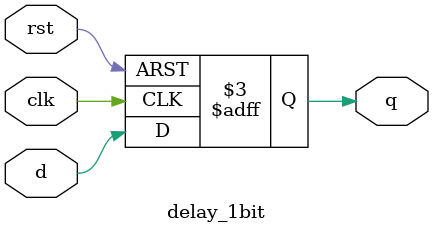
<source format=v>

`timescale 1ns/10ps
module delay_1bit(d,clk,rst,q);
  input d, clk, rst;
  output q;
  reg q;
  always @(posedge clk or negedge rst) 
     begin
        if(!rst) 
           begin
             q <= 1'b0;
           end
        else 
           begin
             q <= d;
           end
        end
endmodule     
</source>
